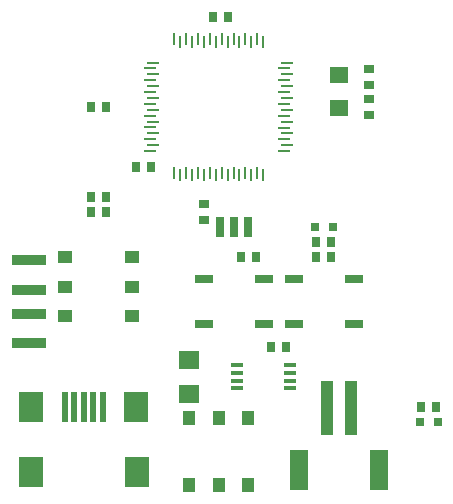
<source format=gtp>
G75*
G70*
%OFA0B0*%
%FSLAX24Y24*%
%IPPOS*%
%LPD*%
%AMOC8*
5,1,8,0,0,1.08239X$1,22.5*
%
%ADD10R,0.0354X0.0276*%
%ADD11R,0.0630X0.0551*%
%ADD12R,0.0276X0.0354*%
%ADD13R,0.0315X0.0315*%
%ADD14R,0.0600X0.0300*%
%ADD15R,0.0197X0.0984*%
%ADD16R,0.0787X0.0984*%
%ADD17R,0.0276X0.0669*%
%ADD18R,0.0710X0.0630*%
%ADD19R,0.0402X0.0107*%
%ADD20R,0.0107X0.0402*%
%ADD21R,0.0394X0.1811*%
%ADD22R,0.0630X0.1339*%
%ADD23R,0.0394X0.0453*%
%ADD24R,0.0433X0.0157*%
%ADD25R,0.0453X0.0394*%
%ADD26R,0.1181X0.0354*%
D10*
X011685Y009476D03*
X011685Y009988D03*
X017185Y012976D03*
X017185Y013488D03*
X017185Y013976D03*
X017185Y014488D03*
D11*
X016185Y014283D03*
X016185Y013181D03*
D12*
X015941Y008732D03*
X015941Y008232D03*
X015429Y008232D03*
X015429Y008732D03*
X013441Y008232D03*
X012929Y008232D03*
X013929Y005232D03*
X014441Y005232D03*
X009941Y011232D03*
X009429Y011232D03*
X008441Y010232D03*
X008441Y009732D03*
X007929Y009732D03*
X007929Y010232D03*
X007929Y013232D03*
X008441Y013232D03*
X011979Y016232D03*
X012491Y016232D03*
X018929Y003232D03*
X019441Y003232D03*
D13*
X019480Y002732D03*
X018890Y002732D03*
X015980Y009232D03*
X015390Y009232D03*
D14*
X014685Y007482D03*
X013685Y007482D03*
X013685Y005982D03*
X014685Y005982D03*
X016685Y005982D03*
X016685Y007482D03*
X011685Y007482D03*
X011685Y005982D03*
D15*
X008315Y003216D03*
X008000Y003216D03*
X007685Y003216D03*
X007370Y003216D03*
X007055Y003216D03*
D16*
X005913Y001051D03*
X005913Y003216D03*
X009417Y003216D03*
X009457Y001051D03*
D17*
X012212Y009232D03*
X012685Y009232D03*
X013157Y009232D03*
D18*
X011185Y004792D03*
X011185Y003672D03*
D19*
X009902Y011756D03*
X009996Y011953D03*
X009902Y012150D03*
X009996Y012347D03*
X009902Y012543D03*
X009996Y012740D03*
X009902Y012935D03*
X009996Y013132D03*
X009902Y013331D03*
X009996Y013528D03*
X009902Y013724D03*
X009996Y013921D03*
X009902Y014118D03*
X009996Y014315D03*
X009902Y014511D03*
X009996Y014708D03*
X014373Y014510D03*
X014467Y014314D03*
X014373Y014117D03*
X014467Y013920D03*
X014373Y013723D03*
X014467Y013527D03*
X014373Y013330D03*
X014467Y013131D03*
X014373Y012934D03*
X014467Y012739D03*
X014373Y012542D03*
X014467Y012346D03*
X014373Y012149D03*
X014467Y011952D03*
X014373Y011755D03*
X014467Y014707D03*
D20*
X013661Y015406D03*
X013464Y015500D03*
X013267Y015406D03*
X013070Y015500D03*
X012874Y015406D03*
X012677Y015500D03*
X012482Y015406D03*
X012285Y015500D03*
X012086Y015406D03*
X011889Y015500D03*
X011693Y015406D03*
X011496Y015500D03*
X011299Y015406D03*
X011102Y015500D03*
X010906Y015406D03*
X010709Y015500D03*
X010708Y011041D03*
X010905Y010947D03*
X011101Y011041D03*
X011298Y010947D03*
X011495Y011041D03*
X011692Y010947D03*
X011888Y011041D03*
X012085Y010947D03*
X012284Y011041D03*
X012481Y010947D03*
X012676Y011041D03*
X012873Y010947D03*
X013069Y011041D03*
X013266Y010947D03*
X013463Y011041D03*
X013660Y010947D03*
D21*
X015791Y003189D03*
X016579Y003189D03*
D22*
X017523Y001141D03*
X014846Y001141D03*
D23*
X013169Y000620D03*
X012185Y000620D03*
X011201Y000620D03*
X011201Y002844D03*
X012185Y002844D03*
X013169Y002844D03*
D24*
X012799Y003848D03*
X012799Y004104D03*
X012799Y004360D03*
X012799Y004616D03*
X014571Y004616D03*
X014571Y004360D03*
X014571Y004104D03*
X014571Y003848D03*
D25*
X009297Y006248D03*
X009297Y007232D03*
X009297Y008216D03*
X007073Y008216D03*
X007073Y007232D03*
X007073Y006248D03*
D26*
X005843Y006338D03*
X005843Y007126D03*
X005843Y008110D03*
X005843Y005354D03*
M02*

</source>
